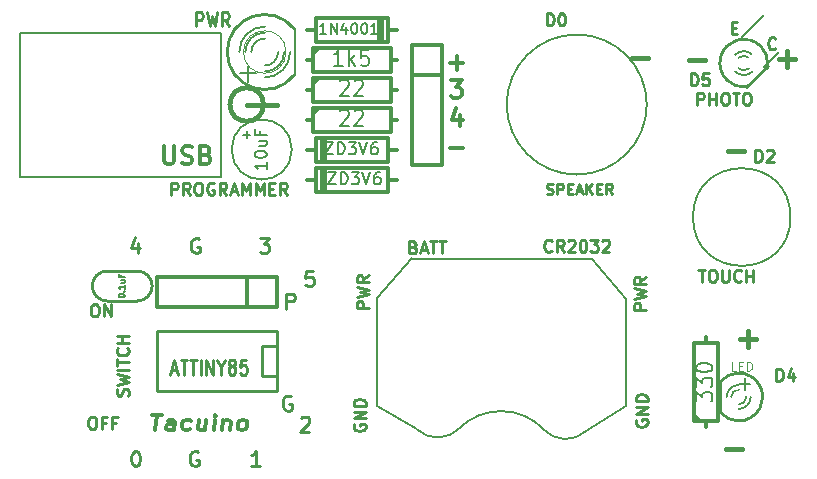
<source format=gto>
G04 (created by PCBNEW (2013-07-07 BZR 4022)-stable) date 2/5/2015 8:35:07 PM*
%MOIN*%
G04 Gerber Fmt 3.4, Leading zero omitted, Abs format*
%FSLAX34Y34*%
G01*
G70*
G90*
G04 APERTURE LIST*
%ADD10C,0.00590551*%
%ADD11C,0.01*%
%ADD12C,0.011811*%
%ADD13C,0.0175*%
%ADD14C,0.00787402*%
%ADD15C,0.012*%
%ADD16C,0.008*%
%ADD17C,0.005*%
%ADD18C,0.006*%
%ADD19C,0.015*%
%ADD20C,0.003*%
%ADD21C,0.00875*%
%ADD22C,0.007*%
%ADD23C,0.0075*%
%ADD24C,0.0035*%
G04 APERTURE END LIST*
G54D10*
G54D11*
X43542Y-53450D02*
X43561Y-53392D01*
X43561Y-53297D01*
X43542Y-53259D01*
X43523Y-53240D01*
X43485Y-53221D01*
X43447Y-53221D01*
X43409Y-53240D01*
X43390Y-53259D01*
X43371Y-53297D01*
X43352Y-53373D01*
X43333Y-53411D01*
X43314Y-53430D01*
X43276Y-53450D01*
X43238Y-53450D01*
X43200Y-53430D01*
X43180Y-53411D01*
X43161Y-53373D01*
X43161Y-53278D01*
X43180Y-53221D01*
X43161Y-53088D02*
X43561Y-52992D01*
X43276Y-52916D01*
X43561Y-52840D01*
X43161Y-52745D01*
X43561Y-52592D02*
X43161Y-52592D01*
X43161Y-52459D02*
X43161Y-52230D01*
X43561Y-52345D02*
X43161Y-52345D01*
X43523Y-51869D02*
X43542Y-51888D01*
X43561Y-51945D01*
X43561Y-51983D01*
X43542Y-52040D01*
X43504Y-52078D01*
X43466Y-52097D01*
X43390Y-52116D01*
X43333Y-52116D01*
X43257Y-52097D01*
X43219Y-52078D01*
X43180Y-52040D01*
X43161Y-51983D01*
X43161Y-51945D01*
X43180Y-51888D01*
X43200Y-51869D01*
X43561Y-51697D02*
X43161Y-51697D01*
X43352Y-51697D02*
X43352Y-51469D01*
X43561Y-51469D02*
X43161Y-51469D01*
X42319Y-54161D02*
X42395Y-54161D01*
X42433Y-54180D01*
X42471Y-54219D01*
X42490Y-54295D01*
X42490Y-54428D01*
X42471Y-54504D01*
X42433Y-54542D01*
X42395Y-54561D01*
X42319Y-54561D01*
X42280Y-54542D01*
X42242Y-54504D01*
X42223Y-54428D01*
X42223Y-54295D01*
X42242Y-54219D01*
X42280Y-54180D01*
X42319Y-54161D01*
X42795Y-54352D02*
X42661Y-54352D01*
X42661Y-54561D02*
X42661Y-54161D01*
X42852Y-54161D01*
X43138Y-54352D02*
X43004Y-54352D01*
X43004Y-54561D02*
X43004Y-54161D01*
X43195Y-54161D01*
G54D12*
X44350Y-54102D02*
X44687Y-54102D01*
X44456Y-54602D02*
X44519Y-54102D01*
X45075Y-54602D02*
X45108Y-54340D01*
X45085Y-54292D01*
X45032Y-54269D01*
X44920Y-54269D01*
X44860Y-54292D01*
X45078Y-54578D02*
X45019Y-54602D01*
X44878Y-54602D01*
X44825Y-54578D01*
X44803Y-54530D01*
X44809Y-54483D01*
X44843Y-54435D01*
X44902Y-54411D01*
X45042Y-54411D01*
X45102Y-54388D01*
X45612Y-54578D02*
X45553Y-54602D01*
X45440Y-54602D01*
X45387Y-54578D01*
X45362Y-54554D01*
X45340Y-54507D01*
X45358Y-54364D01*
X45392Y-54316D01*
X45423Y-54292D01*
X45482Y-54269D01*
X45595Y-54269D01*
X45648Y-54292D01*
X46157Y-54269D02*
X46115Y-54602D01*
X45904Y-54269D02*
X45871Y-54530D01*
X45893Y-54578D01*
X45947Y-54602D01*
X46031Y-54602D01*
X46090Y-54578D01*
X46121Y-54554D01*
X46397Y-54602D02*
X46438Y-54269D01*
X46459Y-54102D02*
X46428Y-54126D01*
X46453Y-54150D01*
X46484Y-54126D01*
X46459Y-54102D01*
X46453Y-54150D01*
X46719Y-54269D02*
X46678Y-54602D01*
X46714Y-54316D02*
X46745Y-54292D01*
X46804Y-54269D01*
X46888Y-54269D01*
X46941Y-54292D01*
X46964Y-54340D01*
X46931Y-54602D01*
X47296Y-54602D02*
X47243Y-54578D01*
X47218Y-54554D01*
X47196Y-54507D01*
X47214Y-54364D01*
X47248Y-54316D01*
X47279Y-54292D01*
X47338Y-54269D01*
X47423Y-54269D01*
X47476Y-54292D01*
X47501Y-54316D01*
X47523Y-54364D01*
X47505Y-54507D01*
X47471Y-54554D01*
X47440Y-54578D01*
X47381Y-54602D01*
X47296Y-54602D01*
G54D13*
X64066Y-45316D02*
X63533Y-45316D01*
X60866Y-42216D02*
X60333Y-42216D01*
G54D11*
X57661Y-48623D02*
X57642Y-48642D01*
X57585Y-48661D01*
X57547Y-48661D01*
X57490Y-48642D01*
X57452Y-48604D01*
X57433Y-48566D01*
X57414Y-48490D01*
X57414Y-48433D01*
X57433Y-48357D01*
X57452Y-48319D01*
X57490Y-48280D01*
X57547Y-48261D01*
X57585Y-48261D01*
X57642Y-48280D01*
X57661Y-48300D01*
X58061Y-48661D02*
X57928Y-48471D01*
X57833Y-48661D02*
X57833Y-48261D01*
X57985Y-48261D01*
X58023Y-48280D01*
X58042Y-48300D01*
X58061Y-48338D01*
X58061Y-48395D01*
X58042Y-48433D01*
X58023Y-48452D01*
X57985Y-48471D01*
X57833Y-48471D01*
X58214Y-48300D02*
X58233Y-48280D01*
X58271Y-48261D01*
X58366Y-48261D01*
X58404Y-48280D01*
X58423Y-48300D01*
X58442Y-48338D01*
X58442Y-48376D01*
X58423Y-48433D01*
X58195Y-48661D01*
X58442Y-48661D01*
X58690Y-48261D02*
X58728Y-48261D01*
X58766Y-48280D01*
X58785Y-48300D01*
X58804Y-48338D01*
X58823Y-48414D01*
X58823Y-48509D01*
X58804Y-48585D01*
X58785Y-48623D01*
X58766Y-48642D01*
X58728Y-48661D01*
X58690Y-48661D01*
X58652Y-48642D01*
X58633Y-48623D01*
X58614Y-48585D01*
X58595Y-48509D01*
X58595Y-48414D01*
X58614Y-48338D01*
X58633Y-48300D01*
X58652Y-48280D01*
X58690Y-48261D01*
X58957Y-48261D02*
X59204Y-48261D01*
X59071Y-48414D01*
X59128Y-48414D01*
X59166Y-48433D01*
X59185Y-48452D01*
X59204Y-48490D01*
X59204Y-48585D01*
X59185Y-48623D01*
X59166Y-48642D01*
X59128Y-48661D01*
X59014Y-48661D01*
X58976Y-48642D01*
X58957Y-48623D01*
X59357Y-48300D02*
X59376Y-48280D01*
X59414Y-48261D01*
X59509Y-48261D01*
X59547Y-48280D01*
X59566Y-48300D01*
X59585Y-48338D01*
X59585Y-48376D01*
X59566Y-48433D01*
X59338Y-48661D01*
X59585Y-48661D01*
G54D13*
X65766Y-42233D02*
X65233Y-42233D01*
X65499Y-41966D02*
X65499Y-42500D01*
X62766Y-42266D02*
X62233Y-42266D01*
G54D11*
X65154Y-52961D02*
X65154Y-52561D01*
X65250Y-52561D01*
X65307Y-52580D01*
X65345Y-52619D01*
X65364Y-52657D01*
X65383Y-52733D01*
X65383Y-52790D01*
X65364Y-52866D01*
X65345Y-52904D01*
X65307Y-52942D01*
X65250Y-52961D01*
X65154Y-52961D01*
X65726Y-52695D02*
X65726Y-52961D01*
X65630Y-52542D02*
X65535Y-52828D01*
X65783Y-52828D01*
X64454Y-45661D02*
X64454Y-45261D01*
X64550Y-45261D01*
X64607Y-45280D01*
X64645Y-45319D01*
X64664Y-45357D01*
X64683Y-45433D01*
X64683Y-45490D01*
X64664Y-45566D01*
X64645Y-45604D01*
X64607Y-45642D01*
X64550Y-45661D01*
X64454Y-45661D01*
X64835Y-45300D02*
X64854Y-45280D01*
X64892Y-45261D01*
X64988Y-45261D01*
X65026Y-45280D01*
X65045Y-45300D01*
X65064Y-45338D01*
X65064Y-45376D01*
X65045Y-45433D01*
X64816Y-45661D01*
X65064Y-45661D01*
X62304Y-43111D02*
X62304Y-42711D01*
X62400Y-42711D01*
X62457Y-42730D01*
X62495Y-42769D01*
X62514Y-42807D01*
X62533Y-42883D01*
X62533Y-42940D01*
X62514Y-43016D01*
X62495Y-43054D01*
X62457Y-43092D01*
X62400Y-43111D01*
X62304Y-43111D01*
X62895Y-42711D02*
X62704Y-42711D01*
X62685Y-42902D01*
X62704Y-42883D01*
X62742Y-42864D01*
X62838Y-42864D01*
X62876Y-42883D01*
X62895Y-42902D01*
X62914Y-42940D01*
X62914Y-43035D01*
X62895Y-43073D01*
X62876Y-43092D01*
X62838Y-43111D01*
X62742Y-43111D01*
X62704Y-43092D01*
X62685Y-43073D01*
X57504Y-41111D02*
X57504Y-40711D01*
X57600Y-40711D01*
X57657Y-40730D01*
X57695Y-40769D01*
X57714Y-40807D01*
X57733Y-40883D01*
X57733Y-40940D01*
X57714Y-41016D01*
X57695Y-41054D01*
X57657Y-41092D01*
X57600Y-41111D01*
X57504Y-41111D01*
X57980Y-40711D02*
X58019Y-40711D01*
X58057Y-40730D01*
X58076Y-40750D01*
X58095Y-40788D01*
X58114Y-40864D01*
X58114Y-40959D01*
X58095Y-41035D01*
X58076Y-41073D01*
X58057Y-41092D01*
X58019Y-41111D01*
X57980Y-41111D01*
X57942Y-41092D01*
X57923Y-41073D01*
X57904Y-41035D01*
X57885Y-40959D01*
X57885Y-40864D01*
X57904Y-40788D01*
X57923Y-40750D01*
X57942Y-40730D01*
X57980Y-40711D01*
X45809Y-41134D02*
X45809Y-40679D01*
X45963Y-40679D01*
X46002Y-40700D01*
X46021Y-40722D01*
X46041Y-40765D01*
X46041Y-40830D01*
X46021Y-40874D01*
X46002Y-40895D01*
X45963Y-40917D01*
X45809Y-40917D01*
X46176Y-40679D02*
X46272Y-41134D01*
X46350Y-40809D01*
X46427Y-41134D01*
X46523Y-40679D01*
X46909Y-41134D02*
X46774Y-40917D01*
X46678Y-41134D02*
X46678Y-40679D01*
X46832Y-40679D01*
X46871Y-40700D01*
X46890Y-40722D01*
X46909Y-40765D01*
X46909Y-40830D01*
X46890Y-40874D01*
X46871Y-40895D01*
X46832Y-40917D01*
X46678Y-40917D01*
X53052Y-48502D02*
X53109Y-48521D01*
X53128Y-48540D01*
X53147Y-48578D01*
X53147Y-48635D01*
X53128Y-48673D01*
X53109Y-48692D01*
X53071Y-48711D01*
X52919Y-48711D01*
X52919Y-48311D01*
X53052Y-48311D01*
X53090Y-48330D01*
X53109Y-48350D01*
X53128Y-48388D01*
X53128Y-48426D01*
X53109Y-48464D01*
X53090Y-48483D01*
X53052Y-48502D01*
X52919Y-48502D01*
X53300Y-48597D02*
X53490Y-48597D01*
X53261Y-48711D02*
X53395Y-48311D01*
X53528Y-48711D01*
X53604Y-48311D02*
X53833Y-48311D01*
X53719Y-48711D02*
X53719Y-48311D01*
X53909Y-48311D02*
X54138Y-48311D01*
X54023Y-48711D02*
X54023Y-48311D01*
X62514Y-43761D02*
X62514Y-43361D01*
X62666Y-43361D01*
X62704Y-43380D01*
X62723Y-43400D01*
X62742Y-43438D01*
X62742Y-43495D01*
X62723Y-43533D01*
X62704Y-43552D01*
X62666Y-43571D01*
X62514Y-43571D01*
X62914Y-43761D02*
X62914Y-43361D01*
X62914Y-43552D02*
X63142Y-43552D01*
X63142Y-43761D02*
X63142Y-43361D01*
X63409Y-43361D02*
X63485Y-43361D01*
X63523Y-43380D01*
X63561Y-43419D01*
X63580Y-43495D01*
X63580Y-43628D01*
X63561Y-43704D01*
X63523Y-43742D01*
X63485Y-43761D01*
X63409Y-43761D01*
X63371Y-43742D01*
X63333Y-43704D01*
X63314Y-43628D01*
X63314Y-43495D01*
X63333Y-43419D01*
X63371Y-43380D01*
X63409Y-43361D01*
X63695Y-43361D02*
X63923Y-43361D01*
X63809Y-43761D02*
X63809Y-43361D01*
X64133Y-43361D02*
X64209Y-43361D01*
X64247Y-43380D01*
X64285Y-43419D01*
X64304Y-43495D01*
X64304Y-43628D01*
X64285Y-43704D01*
X64247Y-43742D01*
X64209Y-43761D01*
X64133Y-43761D01*
X64095Y-43742D01*
X64057Y-43704D01*
X64038Y-43628D01*
X64038Y-43495D01*
X64057Y-43419D01*
X64095Y-43380D01*
X64133Y-43361D01*
G54D14*
X64750Y-42500D02*
X65250Y-42000D01*
X64000Y-41500D02*
X64750Y-40750D01*
G54D13*
X64016Y-55233D02*
X63483Y-55233D01*
X64466Y-51566D02*
X63933Y-51566D01*
X64199Y-51833D02*
X64199Y-51300D01*
G54D11*
X44976Y-46761D02*
X44976Y-46361D01*
X45128Y-46361D01*
X45166Y-46380D01*
X45185Y-46400D01*
X45204Y-46438D01*
X45204Y-46495D01*
X45185Y-46533D01*
X45166Y-46552D01*
X45128Y-46571D01*
X44976Y-46571D01*
X45604Y-46761D02*
X45471Y-46571D01*
X45376Y-46761D02*
X45376Y-46361D01*
X45528Y-46361D01*
X45566Y-46380D01*
X45585Y-46400D01*
X45604Y-46438D01*
X45604Y-46495D01*
X45585Y-46533D01*
X45566Y-46552D01*
X45528Y-46571D01*
X45376Y-46571D01*
X45852Y-46361D02*
X45928Y-46361D01*
X45966Y-46380D01*
X46004Y-46419D01*
X46023Y-46495D01*
X46023Y-46628D01*
X46004Y-46704D01*
X45966Y-46742D01*
X45928Y-46761D01*
X45852Y-46761D01*
X45814Y-46742D01*
X45776Y-46704D01*
X45757Y-46628D01*
X45757Y-46495D01*
X45776Y-46419D01*
X45814Y-46380D01*
X45852Y-46361D01*
X46404Y-46380D02*
X46366Y-46361D01*
X46309Y-46361D01*
X46252Y-46380D01*
X46214Y-46419D01*
X46195Y-46457D01*
X46176Y-46533D01*
X46176Y-46590D01*
X46195Y-46666D01*
X46214Y-46704D01*
X46252Y-46742D01*
X46309Y-46761D01*
X46347Y-46761D01*
X46404Y-46742D01*
X46423Y-46723D01*
X46423Y-46590D01*
X46347Y-46590D01*
X46823Y-46761D02*
X46690Y-46571D01*
X46595Y-46761D02*
X46595Y-46361D01*
X46747Y-46361D01*
X46785Y-46380D01*
X46804Y-46400D01*
X46823Y-46438D01*
X46823Y-46495D01*
X46804Y-46533D01*
X46785Y-46552D01*
X46747Y-46571D01*
X46595Y-46571D01*
X46976Y-46647D02*
X47166Y-46647D01*
X46938Y-46761D02*
X47071Y-46361D01*
X47204Y-46761D01*
X47338Y-46761D02*
X47338Y-46361D01*
X47471Y-46647D01*
X47604Y-46361D01*
X47604Y-46761D01*
X47795Y-46761D02*
X47795Y-46361D01*
X47928Y-46647D01*
X48061Y-46361D01*
X48061Y-46761D01*
X48252Y-46552D02*
X48385Y-46552D01*
X48442Y-46761D02*
X48252Y-46761D01*
X48252Y-46361D01*
X48442Y-46361D01*
X48842Y-46761D02*
X48709Y-46571D01*
X48614Y-46761D02*
X48614Y-46361D01*
X48766Y-46361D01*
X48804Y-46380D01*
X48823Y-46400D01*
X48842Y-46438D01*
X48842Y-46495D01*
X48823Y-46533D01*
X48804Y-46552D01*
X48766Y-46571D01*
X48614Y-46571D01*
G54D12*
X54275Y-42364D02*
X54724Y-42364D01*
X54500Y-42589D02*
X54500Y-42139D01*
X54303Y-42943D02*
X54668Y-42943D01*
X54471Y-43168D01*
X54556Y-43168D01*
X54612Y-43196D01*
X54640Y-43224D01*
X54668Y-43280D01*
X54668Y-43421D01*
X54640Y-43477D01*
X54612Y-43505D01*
X54556Y-43533D01*
X54387Y-43533D01*
X54331Y-43505D01*
X54303Y-43477D01*
X54612Y-44085D02*
X54612Y-44478D01*
X54471Y-43860D02*
X54331Y-44281D01*
X54696Y-44281D01*
X54275Y-45198D02*
X54724Y-45198D01*
G54D11*
X63664Y-41202D02*
X63797Y-41202D01*
X63854Y-41411D02*
X63664Y-41411D01*
X63664Y-41011D01*
X63854Y-41011D01*
X65123Y-41873D02*
X65104Y-41892D01*
X65047Y-41911D01*
X65009Y-41911D01*
X64952Y-41892D01*
X64914Y-41854D01*
X64895Y-41816D01*
X64876Y-41740D01*
X64876Y-41683D01*
X64895Y-41607D01*
X64914Y-41569D01*
X64952Y-41530D01*
X65009Y-41511D01*
X65047Y-41511D01*
X65104Y-41530D01*
X65123Y-41550D01*
G54D15*
X52500Y-41250D02*
X52200Y-41250D01*
X52200Y-41250D02*
X52200Y-40850D01*
X52200Y-40850D02*
X49800Y-40850D01*
X49800Y-40850D02*
X49800Y-41250D01*
X49800Y-41250D02*
X49500Y-41250D01*
X49800Y-41250D02*
X49800Y-41650D01*
X49800Y-41650D02*
X52200Y-41650D01*
X52200Y-41650D02*
X52200Y-41250D01*
X52000Y-40850D02*
X52000Y-41650D01*
X51900Y-41650D02*
X51900Y-40850D01*
X48500Y-50500D02*
X48500Y-50500D01*
X48500Y-49500D02*
X48500Y-50500D01*
X48500Y-50500D02*
X48500Y-50500D01*
X48500Y-50500D02*
X44500Y-50500D01*
X44500Y-50500D02*
X44500Y-49500D01*
X44500Y-49500D02*
X48500Y-49500D01*
X47500Y-49500D02*
X47500Y-50500D01*
X54000Y-41750D02*
X54000Y-41750D01*
X53000Y-41750D02*
X54000Y-41750D01*
X54000Y-41750D02*
X54000Y-41750D01*
X54000Y-41750D02*
X54000Y-45750D01*
X54000Y-45750D02*
X53000Y-45750D01*
X53000Y-45750D02*
X53000Y-41750D01*
X53000Y-42750D02*
X54000Y-42750D01*
G54D11*
X42850Y-49300D02*
X43850Y-49300D01*
X42850Y-50300D02*
X43850Y-50300D01*
X42350Y-49800D02*
G75*
G03X42850Y-50300I500J0D01*
G74*
G01*
X42850Y-49300D02*
G75*
G03X42350Y-49800I0J-500D01*
G74*
G01*
X43850Y-50300D02*
G75*
G03X44350Y-49800I0J500D01*
G74*
G01*
X44350Y-49800D02*
G75*
G03X43850Y-49300I-500J0D01*
G74*
G01*
G54D16*
X65627Y-47500D02*
G75*
G03X65627Y-47500I-1627J0D01*
G74*
G01*
G54D10*
X60834Y-43750D02*
G75*
G03X60834Y-43750I-2334J0D01*
G74*
G01*
G54D17*
X39950Y-41350D02*
X39950Y-46150D01*
X39950Y-46150D02*
X46650Y-46150D01*
X46650Y-46150D02*
X46650Y-41350D01*
X46650Y-41350D02*
X39950Y-41350D01*
G54D11*
X48500Y-52800D02*
X48000Y-52800D01*
X48000Y-52800D02*
X48000Y-51800D01*
X48000Y-51800D02*
X48500Y-51800D01*
X48500Y-53300D02*
X44500Y-53300D01*
X44500Y-53300D02*
X44500Y-51300D01*
X44500Y-51300D02*
X48500Y-51300D01*
X48500Y-51300D02*
X48500Y-53300D01*
G54D15*
X49500Y-46250D02*
X49800Y-46250D01*
X49800Y-46250D02*
X49800Y-46650D01*
X49800Y-46650D02*
X52200Y-46650D01*
X52200Y-46650D02*
X52200Y-46250D01*
X52200Y-46250D02*
X52500Y-46250D01*
X52200Y-46250D02*
X52200Y-45850D01*
X52200Y-45850D02*
X49800Y-45850D01*
X49800Y-45850D02*
X49800Y-46250D01*
X50000Y-46650D02*
X50000Y-45850D01*
X50100Y-45850D02*
X50100Y-46650D01*
X49500Y-42250D02*
X49700Y-42250D01*
X52500Y-42250D02*
X52300Y-42250D01*
X52300Y-42250D02*
X52300Y-41850D01*
X52300Y-41850D02*
X49700Y-41850D01*
X49700Y-41850D02*
X49700Y-42650D01*
X49700Y-42650D02*
X52300Y-42650D01*
X52300Y-42650D02*
X52300Y-42250D01*
X49700Y-42050D02*
X49900Y-41850D01*
X49500Y-44250D02*
X49700Y-44250D01*
X52500Y-44250D02*
X52300Y-44250D01*
X52300Y-44250D02*
X52300Y-43850D01*
X52300Y-43850D02*
X49700Y-43850D01*
X49700Y-43850D02*
X49700Y-44650D01*
X49700Y-44650D02*
X52300Y-44650D01*
X52300Y-44650D02*
X52300Y-44250D01*
X49700Y-44050D02*
X49900Y-43850D01*
X49500Y-43250D02*
X49700Y-43250D01*
X52500Y-43250D02*
X52300Y-43250D01*
X52300Y-43250D02*
X52300Y-42850D01*
X52300Y-42850D02*
X49700Y-42850D01*
X49700Y-42850D02*
X49700Y-43650D01*
X49700Y-43650D02*
X52300Y-43650D01*
X52300Y-43650D02*
X52300Y-43250D01*
X49700Y-43050D02*
X49900Y-42850D01*
X62800Y-54500D02*
X62800Y-54300D01*
X62800Y-51500D02*
X62800Y-51700D01*
X62800Y-51700D02*
X62400Y-51700D01*
X62400Y-51700D02*
X62400Y-54300D01*
X62400Y-54300D02*
X63200Y-54300D01*
X63200Y-54300D02*
X63200Y-51700D01*
X63200Y-51700D02*
X62800Y-51700D01*
X62600Y-54300D02*
X62400Y-54100D01*
G54D17*
X49001Y-45250D02*
G75*
G03X49001Y-45250I-1001J0D01*
G74*
G01*
G54D10*
X53175Y-54575D02*
X51850Y-53800D01*
X58825Y-54625D02*
X60150Y-53800D01*
X53165Y-54575D02*
G75*
G03X54615Y-54524I699J750D01*
G74*
G01*
X57379Y-54574D02*
G75*
G03X58829Y-54625I750J699D01*
G74*
G01*
X57399Y-54574D02*
G75*
G03X54599Y-54525I-1424J-1375D01*
G74*
G01*
X59000Y-48900D02*
X60150Y-50225D01*
X51850Y-50200D02*
X53025Y-48875D01*
X53000Y-48900D02*
X59000Y-48900D01*
X51850Y-53800D02*
X51850Y-50200D01*
X60150Y-53800D02*
X60150Y-50200D01*
G54D11*
X64155Y-43162D02*
X64862Y-42455D01*
G54D18*
X64247Y-42193D02*
G75*
G03X63893Y-42193I-176J-176D01*
G74*
G01*
X64353Y-42087D02*
G75*
G03X63787Y-42087I-282J-282D01*
G74*
G01*
X63893Y-42547D02*
G75*
G03X64247Y-42547I176J176D01*
G74*
G01*
X63787Y-42653D02*
G75*
G03X64353Y-42653I282J282D01*
G74*
G01*
G54D11*
X64867Y-42441D02*
G75*
G03X64636Y-41805I-796J71D01*
G74*
G01*
X64635Y-41805D02*
G75*
G03X63838Y-41606I-564J-564D01*
G74*
G01*
X63506Y-42936D02*
G75*
G03X64137Y-43166I563J565D01*
G74*
G01*
X63298Y-42160D02*
G75*
G03X63505Y-42936I772J-209D01*
G74*
G01*
X63840Y-41604D02*
G75*
G03X63505Y-41805I229J-766D01*
G74*
G01*
X63505Y-41805D02*
G75*
G03X63292Y-42185I565J-565D01*
G74*
G01*
G54D15*
X49500Y-45250D02*
X49800Y-45250D01*
X49800Y-45250D02*
X49800Y-45650D01*
X49800Y-45650D02*
X52200Y-45650D01*
X52200Y-45650D02*
X52200Y-45250D01*
X52200Y-45250D02*
X52500Y-45250D01*
X52200Y-45250D02*
X52200Y-44850D01*
X52200Y-44850D02*
X49800Y-44850D01*
X49800Y-44850D02*
X49800Y-45250D01*
X50000Y-45650D02*
X50000Y-44850D01*
X50100Y-44850D02*
X50100Y-45650D01*
G54D19*
X47500Y-43750D02*
X48500Y-43750D01*
X48059Y-43750D02*
G75*
G03X48059Y-43750I-559J0D01*
G74*
G01*
G54D16*
X49120Y-42750D02*
X49120Y-41250D01*
G54D20*
X48807Y-42000D02*
G75*
G03X48807Y-42000I-707J0D01*
G74*
G01*
G54D11*
X49099Y-41249D02*
G75*
G03X49099Y-42750I-999J-750D01*
G74*
G01*
G54D18*
X48100Y-41550D02*
G75*
G03X47650Y-42000I0J-450D01*
G74*
G01*
X48100Y-42450D02*
G75*
G03X48550Y-42000I0J450D01*
G74*
G01*
X48100Y-41350D02*
G75*
G03X47450Y-42000I0J-650D01*
G74*
G01*
X48100Y-42650D02*
G75*
G03X48750Y-42000I0J650D01*
G74*
G01*
X48100Y-41150D02*
G75*
G03X47250Y-42000I0J-850D01*
G74*
G01*
X48100Y-42850D02*
G75*
G03X48950Y-42000I0J850D01*
G74*
G01*
G54D11*
X63280Y-53000D02*
X63280Y-54000D01*
G54D18*
X63900Y-53750D02*
G75*
G03X64150Y-53500I0J250D01*
G74*
G01*
X63900Y-53900D02*
G75*
G03X64300Y-53500I0J400D01*
G74*
G01*
X63900Y-53250D02*
G75*
G03X63650Y-53500I0J-250D01*
G74*
G01*
X63900Y-53100D02*
G75*
G03X63500Y-53500I0J-400D01*
G74*
G01*
G54D11*
X63286Y-54013D02*
G75*
G03X63900Y-54300I613J513D01*
G74*
G01*
X63900Y-54299D02*
G75*
G03X64604Y-53876I0J799D01*
G74*
G01*
X63898Y-52701D02*
G75*
G03X63289Y-52984I1J-798D01*
G74*
G01*
X64594Y-53102D02*
G75*
G03X63900Y-52700I-694J-397D01*
G74*
G01*
X64604Y-53879D02*
G75*
G03X64700Y-53500I-704J379D01*
G74*
G01*
X64699Y-53500D02*
G75*
G03X64581Y-53081I-799J0D01*
G74*
G01*
G54D16*
X50149Y-41391D02*
X49949Y-41391D01*
X50049Y-41391D02*
X50049Y-41041D01*
X50016Y-41091D01*
X49983Y-41125D01*
X49949Y-41141D01*
X50300Y-41391D02*
X50300Y-41041D01*
X50500Y-41391D01*
X50500Y-41041D01*
X50816Y-41158D02*
X50816Y-41391D01*
X50733Y-41025D02*
X50649Y-41275D01*
X50866Y-41275D01*
X51066Y-41041D02*
X51100Y-41041D01*
X51133Y-41058D01*
X51150Y-41075D01*
X51166Y-41108D01*
X51183Y-41175D01*
X51183Y-41258D01*
X51166Y-41325D01*
X51150Y-41358D01*
X51133Y-41375D01*
X51100Y-41391D01*
X51066Y-41391D01*
X51033Y-41375D01*
X51016Y-41358D01*
X51000Y-41325D01*
X50983Y-41258D01*
X50983Y-41175D01*
X51000Y-41108D01*
X51016Y-41075D01*
X51033Y-41058D01*
X51066Y-41041D01*
X51400Y-41041D02*
X51433Y-41041D01*
X51466Y-41058D01*
X51483Y-41075D01*
X51500Y-41108D01*
X51516Y-41175D01*
X51516Y-41258D01*
X51500Y-41325D01*
X51483Y-41358D01*
X51466Y-41375D01*
X51433Y-41391D01*
X51400Y-41391D01*
X51366Y-41375D01*
X51350Y-41358D01*
X51333Y-41325D01*
X51316Y-41258D01*
X51316Y-41175D01*
X51333Y-41108D01*
X51350Y-41075D01*
X51366Y-41058D01*
X51400Y-41041D01*
X51850Y-41391D02*
X51650Y-41391D01*
X51750Y-41391D02*
X51750Y-41041D01*
X51716Y-41091D01*
X51683Y-41125D01*
X51650Y-41141D01*
G54D11*
X42402Y-50411D02*
X42478Y-50411D01*
X42516Y-50430D01*
X42554Y-50469D01*
X42573Y-50545D01*
X42573Y-50678D01*
X42554Y-50754D01*
X42516Y-50792D01*
X42478Y-50811D01*
X42402Y-50811D01*
X42364Y-50792D01*
X42326Y-50754D01*
X42307Y-50678D01*
X42307Y-50545D01*
X42326Y-50469D01*
X42364Y-50430D01*
X42402Y-50411D01*
X42745Y-50811D02*
X42745Y-50411D01*
X42973Y-50811D01*
X42973Y-50411D01*
G54D17*
X43230Y-50128D02*
X43230Y-50109D01*
X43240Y-50090D01*
X43250Y-50080D01*
X43269Y-50071D01*
X43307Y-50061D01*
X43354Y-50061D01*
X43392Y-50071D01*
X43411Y-50080D01*
X43421Y-50090D01*
X43430Y-50109D01*
X43430Y-50128D01*
X43421Y-50147D01*
X43411Y-50157D01*
X43392Y-50166D01*
X43354Y-50176D01*
X43307Y-50176D01*
X43269Y-50166D01*
X43250Y-50157D01*
X43240Y-50147D01*
X43230Y-50128D01*
X43411Y-49976D02*
X43421Y-49966D01*
X43430Y-49976D01*
X43421Y-49985D01*
X43411Y-49976D01*
X43430Y-49976D01*
X43430Y-49776D02*
X43430Y-49890D01*
X43430Y-49833D02*
X43230Y-49833D01*
X43259Y-49852D01*
X43278Y-49871D01*
X43288Y-49890D01*
X43297Y-49604D02*
X43430Y-49604D01*
X43297Y-49690D02*
X43402Y-49690D01*
X43421Y-49680D01*
X43430Y-49661D01*
X43430Y-49633D01*
X43421Y-49614D01*
X43411Y-49604D01*
X43326Y-49442D02*
X43326Y-49509D01*
X43430Y-49509D02*
X43230Y-49509D01*
X43230Y-49414D01*
G54D11*
X62557Y-49261D02*
X62785Y-49261D01*
X62671Y-49661D02*
X62671Y-49261D01*
X62995Y-49261D02*
X63071Y-49261D01*
X63109Y-49280D01*
X63147Y-49319D01*
X63166Y-49395D01*
X63166Y-49528D01*
X63147Y-49604D01*
X63109Y-49642D01*
X63071Y-49661D01*
X62995Y-49661D01*
X62957Y-49642D01*
X62919Y-49604D01*
X62900Y-49528D01*
X62900Y-49395D01*
X62919Y-49319D01*
X62957Y-49280D01*
X62995Y-49261D01*
X63338Y-49261D02*
X63338Y-49585D01*
X63357Y-49623D01*
X63376Y-49642D01*
X63414Y-49661D01*
X63490Y-49661D01*
X63528Y-49642D01*
X63547Y-49623D01*
X63566Y-49585D01*
X63566Y-49261D01*
X63985Y-49623D02*
X63966Y-49642D01*
X63909Y-49661D01*
X63871Y-49661D01*
X63814Y-49642D01*
X63776Y-49604D01*
X63757Y-49566D01*
X63738Y-49490D01*
X63738Y-49433D01*
X63757Y-49357D01*
X63776Y-49319D01*
X63814Y-49280D01*
X63871Y-49261D01*
X63909Y-49261D01*
X63966Y-49280D01*
X63985Y-49300D01*
X64157Y-49661D02*
X64157Y-49261D01*
X64157Y-49452D02*
X64385Y-49452D01*
X64385Y-49661D02*
X64385Y-49261D01*
G54D21*
X57508Y-46725D02*
X57558Y-46741D01*
X57641Y-46741D01*
X57675Y-46725D01*
X57691Y-46708D01*
X57708Y-46675D01*
X57708Y-46641D01*
X57691Y-46608D01*
X57675Y-46591D01*
X57641Y-46575D01*
X57575Y-46558D01*
X57541Y-46541D01*
X57525Y-46525D01*
X57508Y-46491D01*
X57508Y-46458D01*
X57525Y-46425D01*
X57541Y-46408D01*
X57575Y-46391D01*
X57658Y-46391D01*
X57708Y-46408D01*
X57858Y-46741D02*
X57858Y-46391D01*
X57991Y-46391D01*
X58025Y-46408D01*
X58041Y-46425D01*
X58058Y-46458D01*
X58058Y-46508D01*
X58041Y-46541D01*
X58025Y-46558D01*
X57991Y-46575D01*
X57858Y-46575D01*
X58208Y-46558D02*
X58325Y-46558D01*
X58375Y-46741D02*
X58208Y-46741D01*
X58208Y-46391D01*
X58375Y-46391D01*
X58508Y-46641D02*
X58675Y-46641D01*
X58475Y-46741D02*
X58591Y-46391D01*
X58708Y-46741D01*
X58825Y-46741D02*
X58825Y-46391D01*
X59025Y-46741D02*
X58875Y-46541D01*
X59025Y-46391D02*
X58825Y-46591D01*
X59175Y-46558D02*
X59291Y-46558D01*
X59341Y-46741D02*
X59175Y-46741D01*
X59175Y-46391D01*
X59341Y-46391D01*
X59691Y-46741D02*
X59575Y-46575D01*
X59491Y-46741D02*
X59491Y-46391D01*
X59625Y-46391D01*
X59658Y-46408D01*
X59675Y-46425D01*
X59691Y-46458D01*
X59691Y-46508D01*
X59675Y-46541D01*
X59658Y-46558D01*
X59625Y-46575D01*
X59491Y-46575D01*
G54D15*
X44742Y-45142D02*
X44742Y-45628D01*
X44771Y-45685D01*
X44800Y-45714D01*
X44857Y-45742D01*
X44971Y-45742D01*
X45028Y-45714D01*
X45057Y-45685D01*
X45085Y-45628D01*
X45085Y-45142D01*
X45342Y-45714D02*
X45428Y-45742D01*
X45571Y-45742D01*
X45628Y-45714D01*
X45657Y-45685D01*
X45685Y-45628D01*
X45685Y-45571D01*
X45657Y-45514D01*
X45628Y-45485D01*
X45571Y-45457D01*
X45457Y-45428D01*
X45400Y-45400D01*
X45371Y-45371D01*
X45342Y-45314D01*
X45342Y-45257D01*
X45371Y-45200D01*
X45400Y-45171D01*
X45457Y-45142D01*
X45600Y-45142D01*
X45685Y-45171D01*
X46142Y-45428D02*
X46228Y-45457D01*
X46257Y-45485D01*
X46285Y-45542D01*
X46285Y-45628D01*
X46257Y-45685D01*
X46228Y-45714D01*
X46171Y-45742D01*
X45942Y-45742D01*
X45942Y-45142D01*
X46142Y-45142D01*
X46200Y-45171D01*
X46228Y-45200D01*
X46257Y-45257D01*
X46257Y-45314D01*
X46228Y-45371D01*
X46200Y-45400D01*
X46142Y-45428D01*
X45942Y-45428D01*
G54D11*
X44992Y-52609D02*
X45183Y-52609D01*
X44954Y-52752D02*
X45088Y-52252D01*
X45221Y-52752D01*
X45297Y-52252D02*
X45526Y-52252D01*
X45411Y-52752D02*
X45411Y-52252D01*
X45602Y-52252D02*
X45830Y-52252D01*
X45716Y-52752D02*
X45716Y-52252D01*
X45964Y-52752D02*
X45964Y-52252D01*
X46154Y-52752D02*
X46154Y-52252D01*
X46383Y-52752D01*
X46383Y-52252D01*
X46650Y-52514D02*
X46650Y-52752D01*
X46516Y-52252D02*
X46650Y-52514D01*
X46783Y-52252D01*
X46973Y-52466D02*
X46935Y-52442D01*
X46916Y-52419D01*
X46897Y-52371D01*
X46897Y-52347D01*
X46916Y-52300D01*
X46935Y-52276D01*
X46973Y-52252D01*
X47050Y-52252D01*
X47088Y-52276D01*
X47107Y-52300D01*
X47126Y-52347D01*
X47126Y-52371D01*
X47107Y-52419D01*
X47088Y-52442D01*
X47050Y-52466D01*
X46973Y-52466D01*
X46935Y-52490D01*
X46916Y-52514D01*
X46897Y-52561D01*
X46897Y-52657D01*
X46916Y-52704D01*
X46935Y-52728D01*
X46973Y-52752D01*
X47050Y-52752D01*
X47088Y-52728D01*
X47107Y-52704D01*
X47126Y-52657D01*
X47126Y-52561D01*
X47107Y-52514D01*
X47088Y-52490D01*
X47050Y-52466D01*
X47488Y-52252D02*
X47297Y-52252D01*
X47278Y-52490D01*
X47297Y-52466D01*
X47335Y-52442D01*
X47430Y-52442D01*
X47469Y-52466D01*
X47488Y-52490D01*
X47507Y-52538D01*
X47507Y-52657D01*
X47488Y-52704D01*
X47469Y-52728D01*
X47430Y-52752D01*
X47335Y-52752D01*
X47297Y-52728D01*
X47278Y-52704D01*
G54D16*
X50214Y-46011D02*
X50480Y-46011D01*
X50214Y-46411D01*
X50480Y-46411D01*
X50633Y-46411D02*
X50633Y-46011D01*
X50728Y-46011D01*
X50785Y-46030D01*
X50823Y-46069D01*
X50842Y-46107D01*
X50861Y-46183D01*
X50861Y-46240D01*
X50842Y-46316D01*
X50823Y-46354D01*
X50785Y-46392D01*
X50728Y-46411D01*
X50633Y-46411D01*
X50995Y-46011D02*
X51242Y-46011D01*
X51109Y-46164D01*
X51166Y-46164D01*
X51204Y-46183D01*
X51223Y-46202D01*
X51242Y-46240D01*
X51242Y-46335D01*
X51223Y-46373D01*
X51204Y-46392D01*
X51166Y-46411D01*
X51052Y-46411D01*
X51014Y-46392D01*
X50995Y-46373D01*
X51357Y-46011D02*
X51490Y-46411D01*
X51623Y-46011D01*
X51928Y-46011D02*
X51852Y-46011D01*
X51814Y-46030D01*
X51795Y-46050D01*
X51757Y-46107D01*
X51738Y-46183D01*
X51738Y-46335D01*
X51757Y-46373D01*
X51776Y-46392D01*
X51814Y-46411D01*
X51890Y-46411D01*
X51928Y-46392D01*
X51947Y-46373D01*
X51966Y-46335D01*
X51966Y-46240D01*
X51947Y-46202D01*
X51928Y-46183D01*
X51890Y-46164D01*
X51814Y-46164D01*
X51776Y-46183D01*
X51757Y-46202D01*
X51738Y-46240D01*
X50702Y-42472D02*
X50416Y-42472D01*
X50559Y-42472D02*
X50559Y-41922D01*
X50511Y-42001D01*
X50464Y-42053D01*
X50416Y-42079D01*
X50916Y-42472D02*
X50916Y-41922D01*
X50964Y-42263D02*
X51107Y-42472D01*
X51107Y-42105D02*
X50916Y-42315D01*
X51559Y-41922D02*
X51321Y-41922D01*
X51297Y-42184D01*
X51321Y-42158D01*
X51369Y-42132D01*
X51488Y-42132D01*
X51535Y-42158D01*
X51559Y-42184D01*
X51583Y-42236D01*
X51583Y-42367D01*
X51559Y-42420D01*
X51535Y-42446D01*
X51488Y-42472D01*
X51369Y-42472D01*
X51321Y-42446D01*
X51297Y-42420D01*
X50619Y-43975D02*
X50642Y-43948D01*
X50690Y-43922D01*
X50809Y-43922D01*
X50857Y-43948D01*
X50880Y-43975D01*
X50904Y-44027D01*
X50904Y-44079D01*
X50880Y-44158D01*
X50595Y-44472D01*
X50904Y-44472D01*
X51095Y-43975D02*
X51119Y-43948D01*
X51166Y-43922D01*
X51285Y-43922D01*
X51333Y-43948D01*
X51357Y-43975D01*
X51380Y-44027D01*
X51380Y-44079D01*
X51357Y-44158D01*
X51071Y-44472D01*
X51380Y-44472D01*
X50619Y-42975D02*
X50642Y-42948D01*
X50690Y-42922D01*
X50809Y-42922D01*
X50857Y-42948D01*
X50880Y-42975D01*
X50904Y-43027D01*
X50904Y-43079D01*
X50880Y-43158D01*
X50595Y-43472D01*
X50904Y-43472D01*
X51095Y-42975D02*
X51119Y-42948D01*
X51166Y-42922D01*
X51285Y-42922D01*
X51333Y-42948D01*
X51357Y-42975D01*
X51380Y-43027D01*
X51380Y-43079D01*
X51357Y-43158D01*
X51071Y-43472D01*
X51380Y-43472D01*
X62472Y-53642D02*
X62472Y-53333D01*
X62682Y-53500D01*
X62682Y-53428D01*
X62708Y-53380D01*
X62734Y-53357D01*
X62786Y-53333D01*
X62917Y-53333D01*
X62970Y-53357D01*
X62996Y-53380D01*
X63022Y-53428D01*
X63022Y-53571D01*
X62996Y-53619D01*
X62970Y-53642D01*
X62472Y-53166D02*
X62472Y-52857D01*
X62682Y-53023D01*
X62682Y-52952D01*
X62708Y-52904D01*
X62734Y-52880D01*
X62786Y-52857D01*
X62917Y-52857D01*
X62970Y-52880D01*
X62996Y-52904D01*
X63022Y-52952D01*
X63022Y-53095D01*
X62996Y-53142D01*
X62970Y-53166D01*
X62472Y-52547D02*
X62472Y-52500D01*
X62498Y-52452D01*
X62525Y-52428D01*
X62577Y-52404D01*
X62682Y-52380D01*
X62813Y-52380D01*
X62917Y-52404D01*
X62970Y-52428D01*
X62996Y-52452D01*
X63022Y-52500D01*
X63022Y-52547D01*
X62996Y-52595D01*
X62970Y-52619D01*
X62917Y-52642D01*
X62813Y-52666D01*
X62682Y-52666D01*
X62577Y-52642D01*
X62525Y-52619D01*
X62498Y-52595D01*
X62472Y-52547D01*
G54D22*
X48161Y-45678D02*
X48161Y-45907D01*
X48161Y-45792D02*
X47761Y-45792D01*
X47819Y-45830D01*
X47857Y-45869D01*
X47876Y-45907D01*
X47761Y-45430D02*
X47761Y-45392D01*
X47780Y-45354D01*
X47800Y-45335D01*
X47838Y-45316D01*
X47914Y-45297D01*
X48009Y-45297D01*
X48085Y-45316D01*
X48123Y-45335D01*
X48142Y-45354D01*
X48161Y-45392D01*
X48161Y-45430D01*
X48142Y-45469D01*
X48123Y-45488D01*
X48085Y-45507D01*
X48009Y-45526D01*
X47914Y-45526D01*
X47838Y-45507D01*
X47800Y-45488D01*
X47780Y-45469D01*
X47761Y-45430D01*
X47895Y-44954D02*
X48161Y-44954D01*
X47895Y-45126D02*
X48104Y-45126D01*
X48142Y-45107D01*
X48161Y-45069D01*
X48161Y-45011D01*
X48142Y-44973D01*
X48123Y-44954D01*
X47952Y-44630D02*
X47952Y-44764D01*
X48161Y-44764D02*
X47761Y-44764D01*
X47761Y-44573D01*
G54D23*
X47385Y-44757D02*
X47614Y-44757D01*
X47500Y-44871D02*
X47500Y-44642D01*
G54D16*
G54D11*
X48980Y-53476D02*
X48933Y-53452D01*
X48861Y-53452D01*
X48790Y-53476D01*
X48742Y-53523D01*
X48719Y-53571D01*
X48695Y-53666D01*
X48695Y-53738D01*
X48719Y-53833D01*
X48742Y-53880D01*
X48790Y-53928D01*
X48861Y-53952D01*
X48909Y-53952D01*
X48980Y-53928D01*
X49004Y-53904D01*
X49004Y-53738D01*
X48909Y-53738D01*
X49719Y-49302D02*
X49480Y-49302D01*
X49457Y-49540D01*
X49480Y-49516D01*
X49528Y-49492D01*
X49647Y-49492D01*
X49695Y-49516D01*
X49719Y-49540D01*
X49742Y-49588D01*
X49742Y-49707D01*
X49719Y-49754D01*
X49695Y-49778D01*
X49647Y-49802D01*
X49528Y-49802D01*
X49480Y-49778D01*
X49457Y-49754D01*
X47942Y-55802D02*
X47657Y-55802D01*
X47800Y-55802D02*
X47800Y-55302D01*
X47752Y-55373D01*
X47704Y-55421D01*
X47657Y-55445D01*
X43776Y-55302D02*
X43823Y-55302D01*
X43871Y-55326D01*
X43895Y-55350D01*
X43919Y-55397D01*
X43942Y-55492D01*
X43942Y-55611D01*
X43919Y-55707D01*
X43895Y-55754D01*
X43871Y-55778D01*
X43823Y-55802D01*
X43776Y-55802D01*
X43728Y-55778D01*
X43704Y-55754D01*
X43680Y-55707D01*
X43657Y-55611D01*
X43657Y-55492D01*
X43680Y-55397D01*
X43704Y-55350D01*
X43728Y-55326D01*
X43776Y-55302D01*
X49307Y-54200D02*
X49330Y-54176D01*
X49378Y-54152D01*
X49497Y-54152D01*
X49545Y-54176D01*
X49569Y-54200D01*
X49592Y-54247D01*
X49592Y-54295D01*
X49569Y-54366D01*
X49283Y-54652D01*
X49592Y-54652D01*
X51080Y-54404D02*
X51061Y-54442D01*
X51061Y-54500D01*
X51080Y-54557D01*
X51119Y-54595D01*
X51157Y-54614D01*
X51233Y-54633D01*
X51290Y-54633D01*
X51366Y-54614D01*
X51404Y-54595D01*
X51442Y-54557D01*
X51461Y-54500D01*
X51461Y-54461D01*
X51442Y-54404D01*
X51423Y-54385D01*
X51290Y-54385D01*
X51290Y-54461D01*
X51461Y-54214D02*
X51061Y-54214D01*
X51461Y-53985D01*
X51061Y-53985D01*
X51461Y-53795D02*
X51061Y-53795D01*
X51061Y-53699D01*
X51080Y-53642D01*
X51119Y-53604D01*
X51157Y-53585D01*
X51233Y-53566D01*
X51290Y-53566D01*
X51366Y-53585D01*
X51404Y-53604D01*
X51442Y-53642D01*
X51461Y-53699D01*
X51461Y-53795D01*
X60480Y-54254D02*
X60461Y-54292D01*
X60461Y-54350D01*
X60480Y-54407D01*
X60519Y-54445D01*
X60557Y-54464D01*
X60633Y-54483D01*
X60690Y-54483D01*
X60766Y-54464D01*
X60804Y-54445D01*
X60842Y-54407D01*
X60861Y-54350D01*
X60861Y-54311D01*
X60842Y-54254D01*
X60823Y-54235D01*
X60690Y-54235D01*
X60690Y-54311D01*
X60861Y-54064D02*
X60461Y-54064D01*
X60861Y-53835D01*
X60461Y-53835D01*
X60861Y-53645D02*
X60461Y-53645D01*
X60461Y-53549D01*
X60480Y-53492D01*
X60519Y-53454D01*
X60557Y-53435D01*
X60633Y-53416D01*
X60690Y-53416D01*
X60766Y-53435D01*
X60804Y-53454D01*
X60842Y-53492D01*
X60861Y-53549D01*
X60861Y-53645D01*
X51561Y-50533D02*
X51161Y-50533D01*
X51161Y-50380D01*
X51180Y-50342D01*
X51200Y-50323D01*
X51238Y-50304D01*
X51295Y-50304D01*
X51333Y-50323D01*
X51352Y-50342D01*
X51371Y-50380D01*
X51371Y-50533D01*
X51161Y-50171D02*
X51561Y-50076D01*
X51276Y-50000D01*
X51561Y-49923D01*
X51161Y-49828D01*
X51561Y-49447D02*
X51371Y-49580D01*
X51561Y-49676D02*
X51161Y-49676D01*
X51161Y-49523D01*
X51180Y-49485D01*
X51200Y-49466D01*
X51238Y-49447D01*
X51295Y-49447D01*
X51333Y-49466D01*
X51352Y-49485D01*
X51371Y-49523D01*
X51371Y-49676D01*
X45921Y-48226D02*
X45873Y-48202D01*
X45802Y-48202D01*
X45730Y-48226D01*
X45683Y-48273D01*
X45659Y-48321D01*
X45635Y-48416D01*
X45635Y-48488D01*
X45659Y-48583D01*
X45683Y-48630D01*
X45730Y-48678D01*
X45802Y-48702D01*
X45850Y-48702D01*
X45921Y-48678D01*
X45945Y-48654D01*
X45945Y-48488D01*
X45850Y-48488D01*
G54D10*
G54D11*
X60811Y-50583D02*
X60411Y-50583D01*
X60411Y-50430D01*
X60430Y-50392D01*
X60450Y-50373D01*
X60488Y-50354D01*
X60545Y-50354D01*
X60583Y-50373D01*
X60602Y-50392D01*
X60621Y-50430D01*
X60621Y-50583D01*
X60411Y-50221D02*
X60811Y-50126D01*
X60526Y-50050D01*
X60811Y-49973D01*
X60411Y-49878D01*
X60811Y-49497D02*
X60621Y-49630D01*
X60811Y-49726D02*
X60411Y-49726D01*
X60411Y-49573D01*
X60430Y-49535D01*
X60450Y-49516D01*
X60488Y-49497D01*
X60545Y-49497D01*
X60583Y-49516D01*
X60602Y-49535D01*
X60621Y-49573D01*
X60621Y-49726D01*
G54D16*
X50114Y-45011D02*
X50380Y-45011D01*
X50114Y-45411D01*
X50380Y-45411D01*
X50533Y-45411D02*
X50533Y-45011D01*
X50628Y-45011D01*
X50685Y-45030D01*
X50723Y-45069D01*
X50742Y-45107D01*
X50761Y-45183D01*
X50761Y-45240D01*
X50742Y-45316D01*
X50723Y-45354D01*
X50685Y-45392D01*
X50628Y-45411D01*
X50533Y-45411D01*
X50895Y-45011D02*
X51142Y-45011D01*
X51009Y-45164D01*
X51066Y-45164D01*
X51104Y-45183D01*
X51123Y-45202D01*
X51142Y-45240D01*
X51142Y-45335D01*
X51123Y-45373D01*
X51104Y-45392D01*
X51066Y-45411D01*
X50952Y-45411D01*
X50914Y-45392D01*
X50895Y-45373D01*
X51257Y-45011D02*
X51390Y-45411D01*
X51523Y-45011D01*
X51828Y-45011D02*
X51752Y-45011D01*
X51714Y-45030D01*
X51695Y-45050D01*
X51657Y-45107D01*
X51638Y-45183D01*
X51638Y-45335D01*
X51657Y-45373D01*
X51676Y-45392D01*
X51714Y-45411D01*
X51790Y-45411D01*
X51828Y-45392D01*
X51847Y-45373D01*
X51866Y-45335D01*
X51866Y-45240D01*
X51847Y-45202D01*
X51828Y-45183D01*
X51790Y-45164D01*
X51714Y-45164D01*
X51676Y-45183D01*
X51657Y-45202D01*
X51638Y-45240D01*
G54D22*
X47283Y-42716D02*
X47816Y-42716D01*
X47550Y-42983D02*
X47550Y-42450D01*
G54D11*
X48819Y-50552D02*
X48819Y-50052D01*
X49009Y-50052D01*
X49057Y-50076D01*
X49080Y-50100D01*
X49104Y-50147D01*
X49104Y-50219D01*
X49080Y-50266D01*
X49057Y-50290D01*
X49009Y-50314D01*
X48819Y-50314D01*
X45880Y-55326D02*
X45833Y-55302D01*
X45761Y-55302D01*
X45690Y-55326D01*
X45642Y-55373D01*
X45619Y-55421D01*
X45595Y-55516D01*
X45595Y-55588D01*
X45619Y-55683D01*
X45642Y-55730D01*
X45690Y-55778D01*
X45761Y-55802D01*
X45809Y-55802D01*
X45880Y-55778D01*
X45904Y-55754D01*
X45904Y-55588D01*
X45809Y-55588D01*
X47933Y-48202D02*
X48242Y-48202D01*
X48076Y-48392D01*
X48147Y-48392D01*
X48195Y-48416D01*
X48219Y-48440D01*
X48242Y-48488D01*
X48242Y-48607D01*
X48219Y-48654D01*
X48195Y-48678D01*
X48147Y-48702D01*
X48004Y-48702D01*
X47957Y-48678D01*
X47933Y-48654D01*
X43885Y-48369D02*
X43885Y-48702D01*
X43766Y-48178D02*
X43647Y-48535D01*
X43957Y-48535D01*
G54D24*
X63807Y-52621D02*
X63664Y-52621D01*
X63664Y-52321D01*
X63907Y-52464D02*
X64007Y-52464D01*
X64050Y-52621D02*
X63907Y-52621D01*
X63907Y-52321D01*
X64050Y-52321D01*
X64178Y-52621D02*
X64178Y-52321D01*
X64250Y-52321D01*
X64292Y-52335D01*
X64321Y-52364D01*
X64335Y-52392D01*
X64350Y-52450D01*
X64350Y-52492D01*
X64335Y-52550D01*
X64321Y-52578D01*
X64292Y-52607D01*
X64250Y-52621D01*
X64178Y-52621D01*
G54D17*
X63909Y-53061D02*
X64290Y-53061D01*
X64100Y-53252D02*
X64100Y-52871D01*
M02*

</source>
